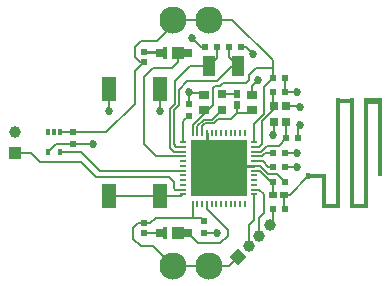
<source format=gtl>
G04 Layer_Physical_Order=1*
G04 Layer_Color=255*
%FSLAX25Y25*%
%MOIN*%
G70*
G01*
G75*
%ADD10R,0.02756X0.02953*%
%ADD11R,0.01969X0.02559*%
%ADD12R,0.03150X0.02953*%
%ADD13R,0.02559X0.01969*%
%ADD14R,0.01969X0.02362*%
%ADD15R,0.03543X0.03150*%
%ADD16R,0.02362X0.01969*%
%ADD17O,0.02559X0.00787*%
%ADD18O,0.00787X0.02559*%
%ADD19R,0.18504X0.18504*%
%ADD20R,0.03937X0.07087*%
%ADD21R,0.02165X0.02362*%
%ADD22R,0.05118X0.08268*%
%ADD23R,0.02559X0.03150*%
%ADD24R,0.04016X0.04488*%
%ADD25R,0.01181X0.04488*%
%ADD26R,0.01575X0.02126*%
%ADD27R,0.01476X0.01969*%
%ADD28C,0.00600*%
%ADD29C,0.01000*%
%ADD30C,0.00900*%
%ADD31R,0.01575X0.25984*%
%ADD32R,0.01575X0.36614*%
%ADD33R,0.06299X0.01969*%
%ADD34R,0.06299X0.01575*%
%ADD35R,0.01575X0.11417*%
%ADD36R,0.06693X0.01575*%
%ADD37C,0.09055*%
%ADD38C,0.03961*%
G04:AMPARAMS|DCode=39|XSize=39.59mil|YSize=39.61mil|CornerRadius=0mil|HoleSize=0mil|Usage=FLASHONLY|Rotation=45.000|XOffset=0mil|YOffset=0mil|HoleType=Round|Shape=Rectangle|*
%AMROTATEDRECTD39*
4,1,4,0.00001,-0.02800,-0.02800,0.00001,-0.00001,0.02800,0.02800,-0.00001,0.00001,-0.02800,0.0*
%
%ADD39ROTATEDRECTD39*%

%ADD40R,0.03961X0.03959*%
%ADD41C,0.02700*%
D10*
X31468Y6842D02*
D03*
Y12157D02*
D03*
X27531D02*
D03*
Y6842D02*
D03*
D11*
X15000Y12630D02*
D03*
Y16370D02*
D03*
D12*
X10000Y10842D02*
D03*
Y16158D02*
D03*
D13*
X27161Y-17500D02*
D03*
X30902D02*
D03*
D14*
X27063Y-22000D02*
D03*
X31000D02*
D03*
X30968Y21500D02*
D03*
X27031D02*
D03*
Y-3500D02*
D03*
X30968D02*
D03*
X27031Y-8000D02*
D03*
X30968D02*
D03*
X31000Y-13000D02*
D03*
X27063D02*
D03*
X27031Y17000D02*
D03*
X30968D02*
D03*
X31532Y1500D02*
D03*
X35469D02*
D03*
X8468Y32000D02*
D03*
X4532D02*
D03*
X12531Y32000D02*
D03*
X16468Y32000D02*
D03*
D15*
X20000Y16059D02*
D03*
X20000Y10941D02*
D03*
X4000Y16059D02*
D03*
X4000Y10941D02*
D03*
D16*
Y-29969D02*
D03*
Y-26032D02*
D03*
X-1000Y12968D02*
D03*
Y9031D02*
D03*
X-39500Y3469D02*
D03*
Y-469D02*
D03*
D17*
X-2909Y161D02*
D03*
Y-1413D02*
D03*
Y-2988D02*
D03*
Y-4563D02*
D03*
Y-6138D02*
D03*
Y-7713D02*
D03*
Y-9287D02*
D03*
Y-10862D02*
D03*
Y-12437D02*
D03*
Y-14012D02*
D03*
Y-15587D02*
D03*
Y-17161D02*
D03*
X20910D02*
D03*
Y-15587D02*
D03*
Y-14012D02*
D03*
Y-12437D02*
D03*
Y-10862D02*
D03*
Y-9287D02*
D03*
Y-7713D02*
D03*
Y-6138D02*
D03*
Y-4563D02*
D03*
Y-2988D02*
D03*
Y-1413D02*
D03*
Y161D02*
D03*
D18*
X339Y-20410D02*
D03*
X1913D02*
D03*
X3488D02*
D03*
X5063D02*
D03*
X6638D02*
D03*
X8213D02*
D03*
X9787D02*
D03*
X11362D02*
D03*
X12937D02*
D03*
X14512D02*
D03*
X16087D02*
D03*
X17661D02*
D03*
Y3409D02*
D03*
X16087D02*
D03*
X14512D02*
D03*
X12937D02*
D03*
X11362D02*
D03*
X9787D02*
D03*
X8213D02*
D03*
X6638D02*
D03*
X5063D02*
D03*
X3488D02*
D03*
X1913D02*
D03*
X339D02*
D03*
D19*
X9000Y-8500D02*
D03*
D20*
X5658Y25500D02*
D03*
X15500D02*
D03*
D21*
X-16000Y30173D02*
D03*
X-16000Y26827D02*
D03*
X-16000Y-30173D02*
D03*
Y-26827D02*
D03*
D22*
X-10535Y-17913D02*
D03*
Y17913D02*
D03*
X-27465Y-17913D02*
D03*
Y17913D02*
D03*
D23*
X-10648Y30000D02*
D03*
X-1258D02*
D03*
X-10648Y-30000D02*
D03*
X-1258D02*
D03*
D24*
X-4506Y30000D02*
D03*
Y-30000D02*
D03*
D25*
X-8876Y30000D02*
D03*
Y-30000D02*
D03*
D26*
X38900Y-11200D02*
D03*
D27*
X-44000Y3500D02*
D03*
X-45968D02*
D03*
X-47937D02*
D03*
X-44000Y-3193D02*
D03*
X-47937D02*
D03*
D28*
X27031Y12559D02*
X27482Y12108D01*
X27031Y12559D02*
Y17000D01*
X35842Y12157D02*
X36000Y12000D01*
X31468Y12157D02*
X35842D01*
X27482Y11285D02*
Y12108D01*
X23500Y7303D02*
X27482Y11285D01*
X27000Y2500D02*
X27531Y3032D01*
Y6842D01*
X32032Y5913D02*
X32264Y6146D01*
X31468Y6842D02*
X31532Y6780D01*
Y1500D02*
Y6780D01*
X35469Y5469D02*
X36000Y6000D01*
X35469Y1500D02*
Y5469D01*
X29032Y-1000D02*
X31532Y1500D01*
X25000Y-1000D02*
X29032D01*
X23500Y-500D02*
Y7303D01*
X22587Y-1413D02*
X23500Y-500D01*
X-44000Y-3193D02*
X-36807D01*
X-37000Y-6500D02*
X-32000Y-11500D01*
X-7799Y37701D02*
X-6299D01*
X-11500Y34000D02*
X-7799Y37701D01*
X-17000Y34000D02*
X-11500D01*
X-19000Y32000D02*
X-17000Y34000D01*
X-19000Y28500D02*
Y32000D01*
Y28500D02*
X-17327Y26827D01*
X-16000D01*
X12555Y-40945D02*
X15500Y-38000D01*
X-6299Y-40945D02*
X12555D01*
X-19000Y23827D02*
X-16000Y26827D01*
X-19000Y12968D02*
Y23827D01*
X-16000Y-26827D02*
X-13827D01*
X-12744Y-34500D02*
X-6299Y-40945D01*
X-17827Y-26827D02*
X-16000D01*
X-19500Y-28500D02*
X-17827Y-26827D01*
X-19500Y-32000D02*
Y-28500D01*
Y-32000D02*
X-17000Y-34500D01*
X-12744D01*
X-16000Y-30173D02*
X-15827Y-30000D01*
X-10648D01*
X-28500Y3469D02*
X-19000Y12968D01*
X-50500Y-6500D02*
X-37000D01*
X-58815Y-3500D02*
X-53500D01*
X-50500Y-6500D01*
X-6299Y37701D02*
Y40945D01*
X-44000Y3500D02*
X-39531D01*
X-39500Y3469D01*
X-45213Y-469D02*
X-39500D01*
X-47937Y-3193D02*
X-45213Y-469D01*
X-39500Y3469D02*
X-28500D01*
X-27465Y-17913D02*
X-10535D01*
X-39500Y-469D02*
X-33031D01*
X-33000Y-500D01*
X-27465Y10535D02*
Y17913D01*
X-10535Y10535D02*
Y17913D01*
X-4506Y26994D02*
Y30000D01*
X-6500Y25000D02*
X-4506Y26994D01*
X-13000Y25000D02*
X-6500D01*
X-16000Y22000D02*
X-13000Y25000D01*
X-16000Y-500D02*
Y22000D01*
Y-500D02*
X-11937Y-4563D01*
X-7200Y-1800D02*
Y11300D01*
X-5500Y13000D01*
Y20500D01*
X-6000Y-500D02*
Y10803D01*
X-4300Y12503D01*
X-13827Y-26827D02*
X-12000Y-25000D01*
X-4300Y12503D02*
Y17700D01*
X-1000Y12968D02*
Y17000D01*
X-559Y16559D01*
X3488Y3409D02*
Y5488D01*
X4500Y6500D01*
X1913Y3409D02*
Y5610D01*
X4003Y7700D01*
X339Y3409D02*
Y5839D01*
X4000Y9500D01*
Y10941D01*
X20910Y-15587D02*
X22587D01*
X24000Y-17000D01*
Y-23500D02*
Y-17000D01*
X22571Y-24929D02*
X24000Y-23500D01*
X22571Y-30929D02*
Y-24929D01*
X20910Y-25591D02*
Y-17161D01*
X19036Y-27465D02*
X20910Y-25591D01*
X19036Y-34464D02*
Y-27465D01*
X-1258Y-30000D02*
X2242Y-33500D01*
X9500D01*
X12000Y-31000D01*
Y-29000D01*
X5063Y-22063D02*
X12000Y-29000D01*
X5063Y-22063D02*
Y-20410D01*
X4000Y-29969D02*
X8468D01*
X8500Y-30000D01*
X2968Y-25000D02*
X4000Y-26032D01*
X339Y-24839D02*
Y-20410D01*
Y-24839D02*
X500Y-25000D01*
X-12000D02*
X500D01*
X2968D01*
X-10535Y-17913D02*
X-3661D01*
X-2909Y-17161D01*
X-5413Y-15587D02*
X-2909D01*
X-6000Y-15000D02*
X-5413Y-15587D01*
X-6000Y-15000D02*
Y-13000D01*
X-7500Y-11500D02*
X-6000Y-13000D01*
X-32000Y-11500D02*
X-7500D01*
X-36807Y-3193D02*
X-30713Y-9287D01*
X-2909D01*
X-11937Y-4563D02*
X-2909D01*
X-7200Y-1800D02*
X-6012Y-2988D01*
X-2909D01*
X-6000Y-500D02*
X-5087Y-1413D01*
X-2909D01*
Y161D02*
Y7122D01*
X-1000Y9031D01*
X4003Y7700D02*
X6858D01*
X10000Y10842D01*
X4500Y6500D02*
X7355D01*
X8855Y8000D01*
X13000D01*
X15000Y10000D01*
Y12630D01*
Y10000D02*
X19059D01*
X20000Y10941D01*
X10213Y16370D02*
X15000D01*
X10000Y16158D02*
X10213Y16370D01*
X20910Y161D02*
Y6409D01*
Y-1413D02*
X22587D01*
X30968Y17000D02*
Y21500D01*
Y17000D02*
X35000D01*
X30968Y-3500D02*
X35000D01*
X30968Y-8000D02*
X35000D01*
X27063Y-17402D02*
Y-13000D01*
Y-17402D02*
X27161Y-17500D01*
X30902Y-21902D02*
Y-17500D01*
Y-21902D02*
X31000Y-22000D01*
X20910Y-2988D02*
X23012D01*
X25000Y-1000D01*
X20910Y-4563D02*
X23437D01*
X24500Y-3500D01*
X27031D01*
X20910Y-6138D02*
X23638D01*
X25500Y-8000D01*
X27031D01*
X-559Y16559D02*
X4000D01*
X-6299Y40945D02*
X13555D01*
X27031Y27468D01*
X20910Y6409D02*
X24000Y9500D01*
Y18469D01*
X27031Y21500D01*
X4000Y10941D02*
X5441D01*
X7000Y12500D01*
Y18300D01*
X27031Y21500D02*
Y25000D01*
Y27468D01*
X-5500Y20500D02*
X-500Y25500D01*
X5658D01*
X13500D02*
X15500D01*
X-4300Y17700D02*
X-1500Y20500D01*
X8500D01*
X13500Y25500D01*
X7000Y18300D02*
X7700Y19000D01*
X20000Y16059D02*
Y19000D01*
X22000Y21000D01*
X7700Y19000D02*
X9500D01*
X10500Y20000D01*
X18000D01*
X19000Y21000D01*
Y22500D01*
X21500Y25000D01*
X27031D01*
X0Y35969D02*
X32Y36000D01*
X0Y35000D02*
Y35969D01*
X8468Y28311D02*
Y32000D01*
X5658Y25500D02*
X8468Y28311D01*
X12531Y28468D02*
Y32000D01*
Y28468D02*
X15500Y25500D01*
X3000Y32000D02*
X4532D01*
X0Y35000D02*
X3000Y32000D01*
X16468D02*
X18000D01*
X20500Y29500D01*
X20910Y-7713D02*
X22713D01*
X25500Y-10500D01*
X28500D01*
X31000Y-13000D01*
X20910Y-9287D02*
X22590D01*
X26303Y-13000D01*
X27063D01*
Y-26437D02*
Y-22000D01*
X26107Y-27393D02*
X27063Y-26437D01*
X30902Y-17500D02*
X32600D01*
X38900Y-11200D01*
D29*
X-10821Y30173D02*
X-10648Y30000D01*
X-16000Y30173D02*
X-10821D01*
D30*
X9000Y-8500D02*
X9787Y-7713D01*
X5063Y-4563D02*
Y3409D01*
Y-4563D02*
X6638Y-6138D01*
X9000Y-8500D01*
X9787Y-7713D02*
X20910D01*
D31*
X62916Y1792D02*
D03*
D32*
X58191Y-3523D02*
D03*
X53467D02*
D03*
X48742D02*
D03*
D33*
X60553Y13800D02*
D03*
D34*
X55829Y-21043D02*
D03*
X51105Y13997D02*
D03*
X46380Y-21043D02*
D03*
D35*
X44018Y-16121D02*
D03*
D36*
X41459Y-11200D02*
D03*
D37*
X5906Y-40945D02*
D03*
X-6299D02*
D03*
X5906Y40945D02*
D03*
X-6299D02*
D03*
D38*
X22571Y-30929D02*
D03*
X26107Y-27393D02*
D03*
X19036Y-34464D02*
D03*
X-58815Y3500D02*
D03*
D39*
X15500Y-38000D02*
D03*
D40*
X-58815Y-3500D02*
D03*
D41*
X27000Y2500D02*
D03*
X8500Y-30000D02*
D03*
X20500Y29500D02*
D03*
X-33000Y-500D02*
D03*
X-10500Y10500D02*
D03*
X-27500D02*
D03*
X-1000Y17000D02*
D03*
X35000D02*
D03*
X36000Y12000D02*
D03*
Y6000D02*
D03*
X35000Y-3500D02*
D03*
Y-8000D02*
D03*
X1913Y-1413D02*
D03*
X6638D02*
D03*
X11362D02*
D03*
X16087D02*
D03*
X1913Y-6138D02*
D03*
X6638Y-6138D02*
D03*
X11362D02*
D03*
X16087Y-6138D02*
D03*
X1913Y-10862D02*
D03*
X6638D02*
D03*
X11362D02*
D03*
X16087D02*
D03*
X1913Y-15587D02*
D03*
X6638D02*
D03*
X11362D02*
D03*
X16087D02*
D03*
X22000Y21000D02*
D03*
X0Y35000D02*
D03*
M02*

</source>
